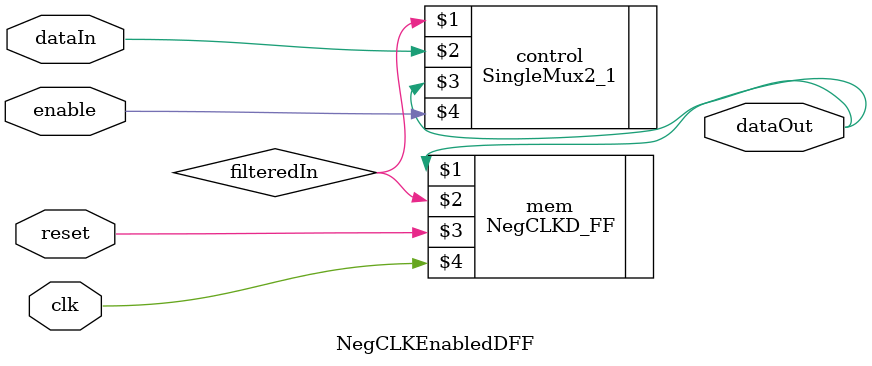
<source format=sv>
module NegCLKEnabledDFF(enable, reset, clk, dataIn, dataOut);
	input enable, reset, clk, dataIn;
	output dataOut;
	
	wire filteredIn;
	
	SingleMux2_1 control (filteredIn, dataIn, dataOut, enable);
	
	NegCLKD_FF mem (dataOut, filteredIn, reset, clk);
	
endmodule
</source>
